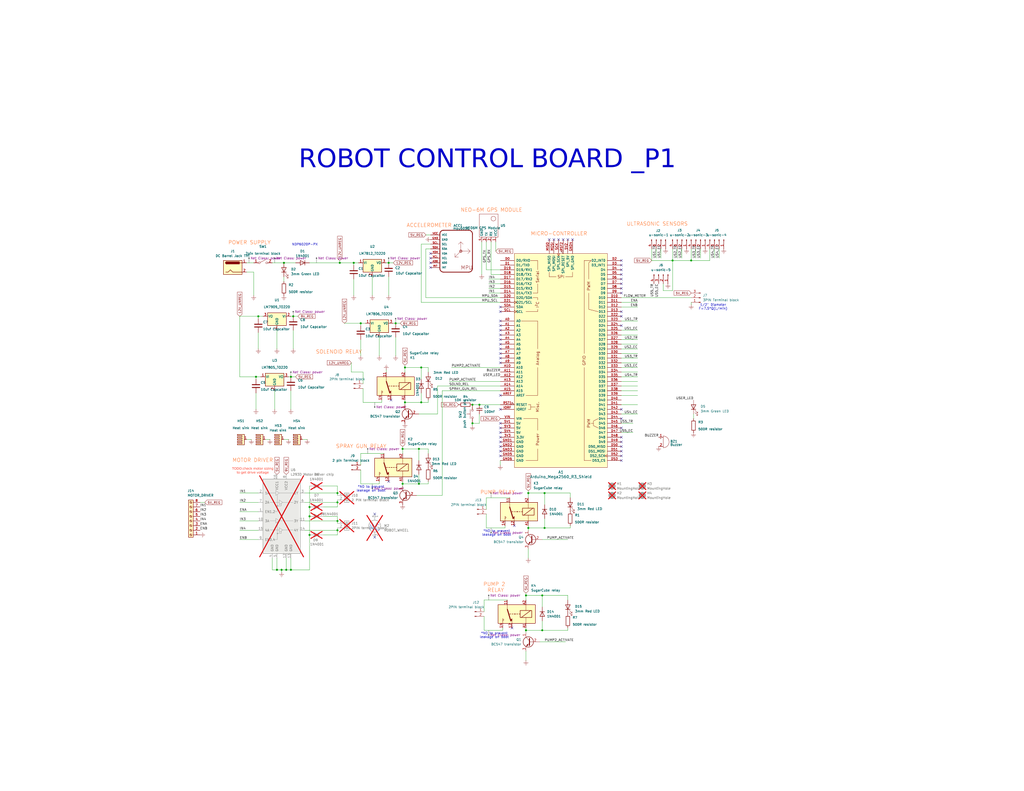
<source format=kicad_sch>
(kicad_sch (version 20231120) (generator "eeschema") (generator_version "8.0")
  (paper "C")
  (junction (at 193.04 143.51))
  (junction (at 168.91 292.1))
  (junction (at 153.67 311.15))
  (junction (at 140.97 172.72))
  (junction (at 196.85 176.53))
  (junction (at 297.18 288.29))
  (junction (at 257.81 220.98))
  (junction (at 377.19 142.24))
  (junction (at 228.6 245.11))
  (junction (at 219.71 264.16))
  (junction (at 139.7 205.74))
  (junction (at 228.6 264.16))
  (junction (at 184.15 269.24))
  (junction (at 185.42 143.51))
  (junction (at 288.29 269.24))
  (junction (at 367.03 142.24))
  (junction (at 229.87 219.71))
  (junction (at 160.02 172.72))
  (junction (at 297.18 269.24))
  (junction (at 158.75 311.15))
  (junction (at 287.02 344.17))
  (junction (at 168.91 281.94))
  (junction (at 212.09 143.51))
  (junction (at 156.21 311.15))
  (junction (at 295.91 344.17))
  (junction (at 184.15 274.32))
  (junction (at 229.87 200.66))
  (junction (at 154.94 143.51))
  (junction (at 184.15 284.48))
  (junction (at 220.98 200.66))
  (junction (at 219.71 245.11))
  (junction (at 261.62 220.98))
  (junction (at 295.91 325.12))
  (junction (at 287.02 325.12))
  (junction (at 288.29 288.29))
  (junction (at 158.75 205.74))
  (junction (at 220.98 219.71))
  (junction (at 257.81 231.14))
  (junction (at 151.13 311.15))
  (junction (at 215.9 176.53))
  (junction (at 184.15 289.56))
  (junction (at 168.91 276.86))
  (no_connect (at 273.05 190.5))
  (no_connect (at 273.05 170.18))
  (no_connect (at 273.05 167.64))
  (no_connect (at 339.09 172.72))
  (no_connect (at 273.05 233.68))
  (no_connect (at 273.05 241.3))
  (no_connect (at 273.05 223.52))
  (no_connect (at 212.09 262.89))
  (no_connect (at 234.95 138.43))
  (no_connect (at 299.72 130.81))
  (no_connect (at 339.09 157.48))
  (no_connect (at 339.09 144.78))
  (no_connect (at 234.95 143.51))
  (no_connect (at 339.09 233.68))
  (no_connect (at 273.05 246.38))
  (no_connect (at 273.05 238.76))
  (no_connect (at 339.09 228.6))
  (no_connect (at 273.05 182.88))
  (no_connect (at 273.05 185.42))
  (no_connect (at 302.26 130.81))
  (no_connect (at 309.88 130.81))
  (no_connect (at 339.09 246.38))
  (no_connect (at 273.05 248.92))
  (no_connect (at 273.05 231.14))
  (no_connect (at 204.47 280.67))
  (no_connect (at 339.09 170.18))
  (no_connect (at 234.95 140.97))
  (no_connect (at 273.05 198.12))
  (no_connect (at 339.09 243.84))
  (no_connect (at 273.05 187.96))
  (no_connect (at 339.09 223.52))
  (no_connect (at 273.05 177.8))
  (no_connect (at 339.09 177.8))
  (no_connect (at 339.09 251.46))
  (no_connect (at 339.09 142.24))
  (no_connect (at 204.47 293.37))
  (no_connect (at 307.34 130.81))
  (no_connect (at 273.05 243.84))
  (no_connect (at 273.05 175.26))
  (no_connect (at 273.05 215.9))
  (no_connect (at 339.09 152.4))
  (no_connect (at 234.95 146.05))
  (no_connect (at 273.05 195.58))
  (no_connect (at 339.09 149.86))
  (no_connect (at 339.09 238.76))
  (no_connect (at 339.09 160.02))
  (no_connect (at 273.05 193.04))
  (no_connect (at 339.09 154.94))
  (no_connect (at 273.05 180.34))
  (no_connect (at 280.67 287.02))
  (no_connect (at 304.8 130.81))
  (no_connect (at 339.09 248.92))
  (no_connect (at 273.05 236.22))
  (no_connect (at 312.42 130.81))
  (no_connect (at 279.4 342.9))
  (no_connect (at 213.36 218.44))
  (no_connect (at 339.09 241.3))
  (no_connect (at 339.09 147.32))
  (wire (pts (xy 184.15 274.32) (xy 184.15 273.05)))
  (wire (pts (xy 378.46 226.06) (xy 378.46 228.6)))
  (wire (pts (xy 185.42 142.24) (xy 185.42 143.51)))
  (wire (pts (xy 229.87 133.35) (xy 234.95 133.35)))
  (wire (pts (xy 232.41 162.56) (xy 273.05 162.56)))
  (wire (pts (xy 238.76 226.06) (xy 238.76 210.82)))
  (wire (pts (xy 233.68 247.65) (xy 233.68 245.11)))
  (wire (pts (xy 207.01 264.16) (xy 196.85 264.16)))
  (wire (pts (xy 229.87 200.66) (xy 229.87 207.01)))
  (wire (pts (xy 219.71 243.84) (xy 219.71 245.11)))
  (wire (pts (xy 257.81 232.41) (xy 257.81 231.14)))
  (wire (pts (xy 158.75 311.15) (xy 156.21 311.15)))
  (wire (pts (xy 265.43 147.32) (xy 273.05 147.32)))
  (wire (pts (xy 196.85 264.16) (xy 196.85 256.54)))
  (wire (pts (xy 295.91 325.12) (xy 309.88 325.12)))
  (wire (pts (xy 228.6 259.08) (xy 228.6 264.16)))
  (wire (pts (xy 382.27 135.89) (xy 382.27 140.97)))
  (wire (pts (xy 138.43 148.59) (xy 138.43 161.29)))
  (wire (pts (xy 151.13 304.8) (xy 151.13 311.15)))
  (wire (pts (xy 232.41 135.89) (xy 232.41 162.56)))
  (wire (pts (xy 339.09 205.74) (xy 347.98 205.74)))
  (wire (pts (xy 392.43 135.89) (xy 392.43 140.97)))
  (wire (pts (xy 297.18 269.24) (xy 297.18 275.59)))
  (wire (pts (xy 130.81 274.32) (xy 140.97 274.32)))
  (wire (pts (xy 288.29 288.29) (xy 288.29 289.56)))
  (wire (pts (xy 361.95 154.94) (xy 361.95 158.75)))
  (wire (pts (xy 184.15 269.24) (xy 184.15 270.51)))
  (wire (pts (xy 154.94 240.03) (xy 157.48 240.03)))
  (wire (pts (xy 266.7 154.94) (xy 273.05 154.94)))
  (wire (pts (xy 219.71 262.89) (xy 219.71 264.16)))
  (wire (pts (xy 339.09 208.28) (xy 347.98 208.28)))
  (wire (pts (xy 274.32 342.9) (xy 274.32 344.17)))
  (wire (pts (xy 287.02 325.12) (xy 295.91 325.12)))
  (wire (pts (xy 160.02 180.34) (xy 160.02 190.5)))
  (wire (pts (xy 156.21 311.15) (xy 153.67 311.15)))
  (wire (pts (xy 339.09 220.98) (xy 347.98 220.98)))
  (wire (pts (xy 229.87 165.1) (xy 273.05 165.1)))
  (wire (pts (xy 372.11 135.89) (xy 372.11 140.97)))
  (wire (pts (xy 193.04 144.78) (xy 193.04 143.51)))
  (wire (pts (xy 358.14 135.89) (xy 358.14 140.97)))
  (wire (pts (xy 214.63 143.51) (xy 212.09 143.51)))
  (wire (pts (xy 288.29 269.24) (xy 288.29 271.78)))
  (wire (pts (xy 360.68 135.89) (xy 360.68 140.97)))
  (wire (pts (xy 339.09 182.88) (xy 347.98 182.88)))
  (wire (pts (xy 220.98 218.44) (xy 220.98 219.71)))
  (wire (pts (xy 339.09 210.82) (xy 347.98 210.82)))
  (wire (pts (xy 241.3 213.36) (xy 273.05 213.36)))
  (wire (pts (xy 148.59 304.8) (xy 148.59 311.15)))
  (wire (pts (xy 229.87 133.35) (xy 229.87 165.1)))
  (wire (pts (xy 203.2 151.13) (xy 203.2 161.29)))
  (wire (pts (xy 287.02 342.9) (xy 287.02 344.17)))
  (wire (pts (xy 176.53 292.1) (xy 184.15 292.1)))
  (wire (pts (xy 156.21 304.8) (xy 156.21 311.15)))
  (wire (pts (xy 265.43 288.29) (xy 265.43 280.67)))
  (wire (pts (xy 229.87 200.66) (xy 233.68 200.66)))
  (wire (pts (xy 193.04 143.51) (xy 195.58 143.51)))
  (wire (pts (xy 191.77 203.2) (xy 191.77 198.12)))
  (wire (pts (xy 158.75 304.8) (xy 158.75 311.15)))
  (wire (pts (xy 151.13 311.15) (xy 153.67 311.15)))
  (wire (pts (xy 139.7 207.01) (xy 139.7 205.74)))
  (wire (pts (xy 158.75 213.36) (xy 158.75 223.52)))
  (wire (pts (xy 184.15 281.94) (xy 184.15 284.48)))
  (wire (pts (xy 266.7 152.4) (xy 273.05 152.4)))
  (wire (pts (xy 160.02 172.72) (xy 158.75 172.72)))
  (wire (pts (xy 149.86 213.36) (xy 149.86 223.52)))
  (wire (pts (xy 339.09 187.96) (xy 347.98 187.96)))
  (wire (pts (xy 207.01 184.15) (xy 207.01 194.31)))
  (wire (pts (xy 139.7 205.74) (xy 142.24 205.74)))
  (wire (pts (xy 130.81 279.4) (xy 140.97 279.4)))
  (wire (pts (xy 165.1 240.03) (xy 167.64 240.03)))
  (wire (pts (xy 151.13 180.34) (xy 151.13 190.5)))
  (wire (pts (xy 228.6 245.11) (xy 228.6 251.46)))
  (wire (pts (xy 215.9 184.15) (xy 215.9 194.31)))
  (wire (pts (xy 144.78 240.03) (xy 147.32 240.03)))
  (wire (pts (xy 295.91 339.09) (xy 295.91 344.17)))
  (wire (pts (xy 130.81 284.48) (xy 140.97 284.48)))
  (wire (pts (xy 309.88 327.66) (xy 309.88 325.12)))
  (wire (pts (xy 227.33 270.51) (xy 241.3 270.51)))
  (wire (pts (xy 111.76 274.32) (xy 109.22 274.32)))
  (wire (pts (xy 288.29 267.97) (xy 288.29 269.24)))
  (wire (pts (xy 212.09 143.51) (xy 210.82 143.51)))
  (wire (pts (xy 245.11 208.28) (xy 273.05 208.28)))
  (wire (pts (xy 246.38 200.66) (xy 273.05 200.66)))
  (wire (pts (xy 176.53 281.94) (xy 184.15 281.94)))
  (wire (pts (xy 187.96 176.53) (xy 196.85 176.53)))
  (wire (pts (xy 287.02 360.68) (xy 287.02 355.6)))
  (wire (pts (xy 294.64 350.52) (xy 308.61 350.52)))
  (wire (pts (xy 154.94 153.67) (xy 154.94 151.13)))
  (wire (pts (xy 166.37 289.56) (xy 184.15 289.56)))
  (wire (pts (xy 261.62 231.14) (xy 257.81 231.14)))
  (wire (pts (xy 287.02 323.85) (xy 287.02 325.12)))
  (wire (pts (xy 130.81 205.74) (xy 130.81 172.72)))
  (wire (pts (xy 219.71 264.16) (xy 219.71 265.43)))
  (wire (pts (xy 297.18 288.29) (xy 288.29 288.29)))
  (wire (pts (xy 233.68 262.89) (xy 233.68 264.16)))
  (wire (pts (xy 339.09 167.64) (xy 347.98 167.64)))
  (wire (pts (xy 219.71 245.11) (xy 228.6 245.11)))
  (wire (pts (xy 261.62 220.98) (xy 273.05 220.98)))
  (wire (pts (xy 228.6 245.11) (xy 233.68 245.11)))
  (wire (pts (xy 196.85 177.8) (xy 196.85 176.53)))
  (wire (pts (xy 228.6 226.06) (xy 238.76 226.06)))
  (wire (pts (xy 134.62 143.51) (xy 138.43 143.51)))
  (wire (pts (xy 130.81 294.64) (xy 140.97 294.64)))
  (wire (pts (xy 220.98 200.66) (xy 229.87 200.66)))
  (wire (pts (xy 339.09 213.36) (xy 347.98 213.36)))
  (wire (pts (xy 287.02 344.17) (xy 287.02 345.44)))
  (wire (pts (xy 339.09 198.12) (xy 347.98 198.12)))
  (wire (pts (xy 193.04 152.4) (xy 193.04 161.29)))
  (wire (pts (xy 339.09 195.58) (xy 347.98 195.58)))
  (wire (pts (xy 377.19 135.89) (xy 377.19 142.24)))
  (wire (pts (xy 311.15 271.78) (xy 311.15 269.24)))
  (wire (pts (xy 262.89 132.08) (xy 262.89 149.86)))
  (wire (pts (xy 168.91 265.43) (xy 168.91 276.86)))
  (wire (pts (xy 208.28 218.44) (xy 208.28 219.71)))
  (wire (pts (xy 377.19 142.24) (xy 387.35 142.24)))
  (wire (pts (xy 297.18 283.21) (xy 297.18 288.29)))
  (wire (pts (xy 208.28 219.71) (xy 198.12 219.71)))
  (wire (pts (xy 140.97 173.99) (xy 140.97 172.72)))
  (wire (pts (xy 238.76 210.82) (xy 273.05 210.82)))
  (wire (pts (xy 297.18 269.24) (xy 311.15 269.24)))
  (wire (pts (xy 153.67 312.42) (xy 153.67 311.15)))
  (wire (pts (xy 389.89 135.89) (xy 389.89 140.97)))
  (wire (pts (xy 367.03 142.24) (xy 367.03 158.75)))
  (wire (pts (xy 229.87 214.63) (xy 229.87 219.71)))
  (wire (pts (xy 355.6 142.24) (xy 367.03 142.24)))
  (wire (pts (xy 265.43 271.78) (xy 278.13 271.78)))
  (wire (pts (xy 140.97 181.61) (xy 140.97 190.5)))
  (wire (pts (xy 241.3 213.36) (xy 241.3 270.51)))
  (wire (pts (xy 297.18 288.29) (xy 311.15 288.29)))
  (wire (pts (xy 220.98 200.66) (xy 220.98 203.2)))
  (wire (pts (xy 266.7 157.48) (xy 273.05 157.48)))
  (wire (pts (xy 233.68 218.44) (xy 233.68 219.71)))
  (wire (pts (xy 184.15 265.43) (xy 184.15 269.24)))
  (wire (pts (xy 377.19 166.37) (xy 377.19 165.1)))
  (wire (pts (xy 162.56 172.72) (xy 160.02 172.72)))
  (wire (pts (xy 267.97 132.08) (xy 267.97 149.86)))
  (wire (pts (xy 196.85 185.42) (xy 196.85 194.31)))
  (wire (pts (xy 207.01 262.89) (xy 207.01 264.16)))
  (wire (pts (xy 134.62 148.59) (xy 138.43 148.59)))
  (wire (pts (xy 220.98 219.71) (xy 220.98 220.98)))
  (wire (pts (xy 210.82 201.93) (xy 210.82 203.2)))
  (wire (pts (xy 184.15 292.1) (xy 184.15 289.56)))
  (wire (pts (xy 220.98 199.39) (xy 220.98 200.66)))
  (wire (pts (xy 367.03 142.24) (xy 377.19 142.24)))
  (wire (pts (xy 367.03 135.89) (xy 367.03 142.24)))
  (wire (pts (xy 212.09 151.13) (xy 212.09 161.29)))
  (wire (pts (xy 198.12 203.2) (xy 198.12 209.55)))
  (wire (pts (xy 257.81 220.98) (xy 261.62 220.98)))
  (wire (pts (xy 185.42 143.51) (xy 193.04 143.51)))
  (wire (pts (xy 130.81 269.24) (xy 140.97 269.24)))
  (wire (pts (xy 339.09 175.26) (xy 347.98 175.26)))
  (wire (pts (xy 130.81 205.74) (xy 139.7 205.74)))
  (wire (pts (xy 134.62 240.03) (xy 137.16 240.03)))
  (wire (pts (xy 228.6 264.16) (xy 233.68 264.16)))
  (wire (pts (xy 369.57 135.89) (xy 369.57 140.97)))
  (wire (pts (xy 267.97 149.86) (xy 273.05 149.86)))
  (wire (pts (xy 215.9 176.53) (xy 214.63 176.53)))
  (wire (pts (xy 130.81 289.56) (xy 140.97 289.56)))
  (wire (pts (xy 270.51 132.08) (xy 270.51 137.16)))
  (wire (pts (xy 339.09 180.34) (xy 347.98 180.34)))
  (wire (pts (xy 355.6 135.89) (xy 355.6 142.24)))
  (wire (pts (xy 176.53 276.86) (xy 184.15 276.86)))
  (wire (pts (xy 339.09 190.5) (xy 347.98 190.5)))
  (wire (pts (xy 339.09 193.04) (xy 347.98 193.04)))
  (wire (pts (xy 288.29 287.02) (xy 288.29 288.29)))
  (wire (pts (xy 287.02 325.12) (xy 287.02 327.66)))
  (wire (pts (xy 176.53 265.43) (xy 184.15 265.43)))
  (wire (pts (xy 148.59 311.15) (xy 151.13 311.15)))
  (wire (pts (xy 339.09 185.42) (xy 347.98 185.42)))
  (wire (pts (xy 295.91 344.17) (xy 309.88 344.17)))
  (wire (pts (xy 168.91 143.51) (xy 185.42 143.51)))
  (wire (pts (xy 264.16 334.01) (xy 264.16 327.66)))
  (wire (pts (xy 274.32 344.17) (xy 264.16 344.17)))
  (wire (pts (xy 166.37 284.48) (xy 184.15 284.48)))
  (wire (pts (xy 339.09 165.1) (xy 347.98 165.1)))
  (wire (pts (xy 264.16 327.66) (xy 276.86 327.66)))
  (wire (pts (xy 148.59 143.51) (xy 154.94 143.51)))
  (wire (pts (xy 379.73 135.89) (xy 379.73 140.97)))
  (wire (pts (xy 275.59 287.02) (xy 275.59 288.29)))
  (wire (pts (xy 184.15 276.86) (xy 184.15 274.32)))
  (wire (pts (xy 196.85 176.53) (xy 199.39 176.53)))
  (wire (pts (xy 198.12 219.71) (xy 198.12 212.09)))
  (wire (pts (xy 265.43 278.13) (xy 265.43 271.78)))
  (wire (pts (xy 218.44 176.53) (xy 215.9 176.53)))
  (wire (pts (xy 339.09 236.22) (xy 345.44 236.22)))
  (wire (pts (xy 288.29 304.8) (xy 288.29 299.72)))
  (wire (pts (xy 295.91 294.64) (xy 309.88 294.64)))
  (wire (pts (xy 196.85 247.65) (xy 209.55 247.65)))
  (wire (pts (xy 264.16 344.17) (xy 264.16 336.55)))
  (wire (pts (xy 295.91 325.12) (xy 295.91 331.47)))
  (wire (pts (xy 158.75 205.74) (xy 157.48 205.74)))
  (wire (pts (xy 168.91 276.86) (xy 168.91 281.94)))
  (wire (pts (xy 130.81 172.72) (xy 140.97 172.72)))
  (wire (pts (xy 228.6 264.16) (xy 219.71 264.16)))
  (wire (pts (xy 311.15 287.02) (xy 311.15 288.29)))
  (wire (pts (xy 347.98 226.06) (xy 339.09 226.06)))
  (wire (pts (xy 288.29 269.24) (xy 297.18 269.24)))
  (wire (pts (xy 158.75 311.15) (xy 168.91 311.15)))
  (wire (pts (xy 261.62 226.06) (xy 261.62 231.14)))
  (wire (pts (xy 166.37 274.32) (xy 184.15 274.32)))
  (wire (pts (xy 339.09 162.56) (xy 377.19 162.56)))
  (wire (pts (xy 166.37 269.24) (xy 184.15 269.24)))
  (wire (pts (xy 196.85 254) (xy 196.85 247.65)))
  (wire (pts (xy 266.7 160.02) (xy 273.05 160.02)))
  (wire (pts (xy 161.29 205.74) (xy 158.75 205.74)))
  (wire (pts (xy 273.05 251.46) (xy 273.05 254)))
  (wire (pts (xy 339.09 203.2) (xy 347.98 203.2)))
  (wire (pts (xy 361.95 158.75) (xy 367.03 158.75)))
  (wire (pts (xy 387.35 142.24) (xy 387.35 135.89)))
  (wire (pts (xy 233.68 203.2) (xy 233.68 200.66)))
  (wire (pts (xy 219.71 245.11) (xy 219.71 247.65)))
  (wire (pts (xy 339.09 200.66) (xy 347.98 200.66)))
  (wire (pts (xy 234.95 135.89) (xy 232.41 135.89)))
  (wire (pts (xy 265.43 132.08) (xy 265.43 147.32)))
  (wire (pts (xy 140.97 172.72) (xy 143.51 172.72)))
  (wire (pts (xy 295.91 344.17) (xy 287.02 344.17)))
  (wire (pts (xy 168.91 281.94) (xy 168.91 292.1)))
  (wire (pts (xy 191.77 203.2) (xy 198.12 203.2)))
  (wire (pts (xy 232.41 128.27) (xy 234.95 128.27)))
  (wire (pts (xy 154.94 143.51) (xy 161.29 143.51)))
  (wire (pts (xy 184.15 284.48) (xy 184.15 285.75)))
  (wire (pts (xy 275.59 288.29) (xy 265.43 288.29)))
  (wire (pts (xy 229.87 219.71) (xy 220.98 219.71)))
  (wire (pts (xy 309.88 342.9) (xy 309.88 344.17)))
  (wire (pts (xy 139.7 214.63) (xy 139.7 223.52)))
  (wire (pts (xy 229.87 219.71) (xy 233.68 219.71)))
  (wire (pts (xy 184.15 289.56) (xy 184.15 288.29)))
  (wire (pts (xy 339.09 215.9) (xy 347.98 215.9)))
  (wire (pts (xy 339.09 231.14) (xy 345.44 231.14)))
  (wire (pts (xy 168.91 311.15) (xy 168.91 292.1)))
  (text "ACCELEROMETER" (at 234.188 123.19 0) (effects (font (size 2 2))))
  (text "TODO:check motor sizing\nto get drive voltage" (at 137.922 257.556 0) (effects (font (size 1.27 1.27))))
  (text "SOLENOID RELAY\n" (at 184.912 192.278 0) (effects (font (size 2 2))))
  (text "1/2\" Diameter\nF=7.5*Q(L/min)" (at 389.128 167.64 0) (effects (font (size 1.27 1.27))))
  (text "PUMP RELAY" (at 271.526 268.986 0) (effects (font (size 2 2))))
  (text "NDP6020P-PX\n" (at 166.37 133.604 0) (effects (font (size 1.27 1.27))))
  (text "POWER SUPPLY" (at 136.144 132.588 0) (effects (font (size 2 2))))
  (text "ROBOT CONTROL BOARD _P1" (at 265.938 89.916 0) (effects (font (size 10 10))))
  (text "MOTOR DRIVER\n" (at 137.922 251.46 0) (effects (font (size 2 2))))
  (text "MICRO-CONTROLLER" (at 305.054 127.762 0) (effects (font (size 2 2))))
  (text "*NO to prevent\nleakage on boot\n" (at 271.018 291.084 0) (effects (font (size 1.27 1.27))))
  (text "PUMP 2\n RELAY" (at 269.748 320.802 0) (effects (font (size 2 2))))
  (text "SPRAY GUN RELAY" (at 197.104 243.84 0) (effects (font (size 2 2))))
  (text "*NO to prevent\nleakage on boot\n" (at 269.748 346.964 0) (effects (font (size 1.27 1.27))))
  (text "NC" (at 204.47 288.29 0) (effects (font (size 3 3))))
  (text "*NO to prevent\nleakage on boot\n" (at 202.438 266.954 0) (effects (font (size 1.27 1.27))))
  (text "NEO-6M GPS MODULE" (at 268.224 114.808 0) (effects (font (size 2 2))))
  (text "ULTRASONIC SENSORS " (at 359.41 122.428 0) (effects (font (size 2 2))))
  (label "ENA" (at 130.81 279.4 0))
  (label "ENB" (at 130.81 294.64 0))
  (label "US2_TR" (at 347.98 185.42 180))
  (label "US5_TR" (at 356.87 154.94 270))
  (label "PUMP2_ACTIVATE" (at 297.18 350.52 0))
  (label "GPS_RX" (at 267.97 143.51 90))
  (label "US1_TR" (at 347.98 175.26 180))
  (label "US4_EC" (at 392.43 140.97 90))
  (label "US1_EC" (at 347.98 180.34 180))
  (label "US1_TR" (at 358.14 140.97 90))
  (label "US3_EC" (at 382.27 140.97 90))
  (label "IN3" (at 130.81 284.48 0))
  (label "IN4" (at 109.22 284.48 0))
  (label "US4_TR" (at 347.98 205.74 180))
  (label "US2_EC" (at 347.98 190.5 180))
  (label "US3_EC" (at 347.98 200.66 180))
  (label "IN2" (at 130.81 274.32 0))
  (label "IN4" (at 266.7 152.4 0))
  (label "IN2" (at 266.7 157.48 0))
  (label "ENA" (at 347.98 165.1 180))
  (label "GPS_TX" (at 265.43 143.51 90))
  (label "IN2" (at 109.22 279.4 0))
  (label "US5_EC" (at 345.44 236.22 180))
  (label "MPU_SCL" (at 262.89 165.1 0))
  (label "PUMP_ACTIVATE" (at 245.11 208.28 0))
  (label "US3_TR" (at 347.98 195.58 180))
  (label "IN1" (at 109.22 276.86 0))
  (label "US2_TR" (at 369.57 140.97 90))
  (label "FLOW_METER" (at 340.36 162.56 0))
  (label "IN3" (at 266.7 154.94 0))
  (label "US5_EC" (at 359.41 154.94 270))
  (label "ENA" (at 109.22 287.02 0))
  (label "MPU_SDA" (at 262.89 162.56 0))
  (label "IN3" (at 109.22 281.94 0))
  (label "USER_LED" (at 273.05 205.74 180))
  (label "IN1" (at 266.7 160.02 0))
  (label "US4_TR" (at 389.89 140.97 90))
  (label "USER_LED" (at 378.46 218.44 180))
  (label "SPRAY_GUN_REL" (at 245.11 213.36 0))
  (label "PUMP_ACTIVATE" (at 298.45 294.64 0))
  (label "IN4" (at 130.81 289.56 0))
  (label "BUZZER" (at 359.41 238.76 180))
  (label "PUMP2_ACTIVATE" (at 246.38 200.66 0))
  (label "US5_TR" (at 345.44 231.14 180))
  (label "US2_EC" (at 372.11 140.97 90))
  (label "ENB" (at 109.22 289.56 0))
  (label "IN1" (at 130.81 269.24 0))
  (label "US3_TR" (at 379.73 140.97 90))
  (label "US1_EC" (at 360.68 140.97 90))
  (label "ENB" (at 347.98 167.64 180))
  (label "BUZZER" (at 273.05 203.2 180))
  (label "SOLND_REL" (at 245.11 210.82 0))
  (label "US4_EC" (at 347.98 226.06 180))
  (global_label "5V_REG" (shape input) (at 161.29 205.74 0) (property "Intersheetrefs" "${INTERSHEET_REFS}" (effects (hide yes))))
  (global_label "5V_REG" (shape input) (at 232.41 128.27 180) (property "Intersheetrefs" "${INTERSHEET_REFS}" (effects (hide yes))))
  (global_label "12V_UNREG" (shape input) (at 187.96 176.53 90) (property "Intersheetrefs" "${INTERSHEET_REFS}" (effects (hide yes))))
  (global_label "9V_REG" (shape input) (at 156.21 259.08 90) (property "Intersheetrefs" "${INTERSHEET_REFS}" (effects (hide yes))))
  (global_label "5V_REG" (shape input) (at 287.02 323.85 90) (property "Intersheetrefs" "${INTERSHEET_REFS}" (effects (hide yes))))
  (global_label "5V_REG" (shape input) (at 111.76 274.32 0) (property "Intersheetrefs" "${INTERSHEET_REFS}" (effects (hide yes))))
  (global_label "12V_REG" (shape input) (at 273.05 228.6 180) (property "Intersheetrefs" "${INTERSHEET_REFS}" (effects (hide yes))))
  (global_label "5V_REG" (shape input) (at 355.6 142.24 180) (property "Intersheetrefs" "${INTERSHEET_REFS}" (effects (hide yes))))
  (global_label "5V_REG" (shape input) (at 288.29 267.97 90) (property "Intersheetrefs" "${INTERSHEET_REFS}" (effects (hide yes))))
  (global_label "12V_UNREG" (shape input) (at 191.77 198.12 180) (property "Intersheetrefs" "${INTERSHEET_REFS}" (effects (hide yes))))
  (global_label "6V_REG" (shape input) (at 218.44 176.53 0) (property "Intersheetrefs" "${INTERSHEET_REFS}" (effects (hide yes))))
  (global_label "12V_UNREG" (shape input) (at 130.81 172.72 90) (property "Intersheetrefs" "${INTERSHEET_REFS}" (effects (hide yes))))
  (global_label "12V_REG" (shape input) (at 214.63 143.51 0) (property "Intersheetrefs" "${INTERSHEET_REFS}" (effects (hide yes))))
  (global_label "5V_REG" (shape input) (at 220.98 199.39 90) (property "Intersheetrefs" "${INTERSHEET_REFS}" (effects (hide yes))))
  (global_label "5V_REG" (shape input) (at 270.51 137.16 0) (property "Intersheetrefs" "${INTERSHEET_REFS}" (effects (hide yes))))
  (global_label "5V_REG" (shape input) (at 250.19 220.98 180) (property "Intersheetrefs" "${INTERSHEET_REFS}" (effects (hide yes))))
  (global_label "5V_REG" (shape input) (at 377.19 160.02 180) (property "Intersheetrefs" "${INTERSHEET_REFS}" (effects (hide yes))))
  (global_label "5V_REG" (shape input) (at 151.13 259.08 90) (property "Intersheetrefs" "${INTERSHEET_REFS}" (effects (hide yes))))
  (global_label "12V_UNREG" (shape input) (at 185.42 142.24 90) (property "Intersheetrefs" "${INTERSHEET_REFS}" (effects (hide yes))))
  (global_label "9V_REG" (shape input) (at 162.56 172.72 0) (property "Intersheetrefs" "${INTERSHEET_REFS}" (effects (hide yes))))
  (global_label "5V_REG" (shape input) (at 219.71 243.84 90) (property "Intersheetrefs" "${INTERSHEET_REFS}" (effects (hide yes))))
  (netclass_flag "" (length 2.54) (shape dot) (at 266.7 344.17 180) (property "Netclass" "power" (at 267.3985 346.71 0) (show_name yes) (effects (font (italic yes)) (justify left))))
  (netclass_flag "" (length 2.54) (shape dot) (at 149.86 143.51 0) (property "Netclass" "power" (at 150.5585 140.97 0) (show_name yes) (effects (font (italic yes)) (justify left))))
  (netclass_flag "" (length 2.54) (shape dot) (at 158.75 205.74 0) (property "Netclass" "power" (at 159.4485 203.2 0) (show_name yes) (effects (font (italic yes)) (justify left))))
  (netclass_flag "" (length 2.54) (shape dot) (at 172.72 143.51 0) (property "Netclass" "power" (at 173.4185 140.97 0) (show_name yes) (effects (font (italic yes)) (justify left))))
  (netclass_flag "" (length 2.54) (shape dot) (at 203.2 264.16 180) (property "Netclass" "power" (at 203.8985 266.7 0) (show_name yes) (effects (font (italic yes)) (justify left))))
  (netclass_flag "" (length 2.54) (shape dot) (at 266.7 327.66 0) (property "Netclass" "power" (at 267.3985 325.12 0) (show_name yes) (effects (font (italic yes)) (justify left))))
  (netclass_flag "" (length 2.54) (shape dot) (at 267.97 271.78 0) (property "Netclass" "power" (at 268.6685 269.24 0) (show_name yes) (effects (font (italic yes)) (justify left))))
  (netclass_flag "" (length 2.54) (shape dot) (at 135.89 143.51 0) (property "Netclass" "power" (at 136.5885 140.97 0) (show_name yes) (effects (font (italic yes)) (justify left))))
  (netclass_flag "" (length 2.54) (shape dot) (at 200.66 247.65 0) (property "Netclass" "power" (at 201.3585 245.11 0) (show_name yes) (effects (font (italic yes)) (justify left))))
  (netclass_flag "" (length 2.54) (shape dot) (at 204.47 219.71 180) (property "Netclass" "power" (at 205.1685 222.25 0) (show_name yes) (effects (font (italic yes)) (justify left))))
  (netclass_flag "" (length 2.54) (shape dot) (at 215.9 176.53 0) (property "Netclass" "power" (at 216.5985 173.99 0) (show_name yes) (effects (font (italic yes)) (justify left))))
  (netclass_flag "" (length 2.54) (shape dot) (at 267.97 288.29 180) (property "Netclass" "power" (at 268.6685 290.83 0) (show_name yes) (effects (font (italic yes)) (justify left))))
  (netclass_flag "" (length 2.54) (shape dot) (at 212.09 143.51 0) (property "Netclass" "power" (at 212.7885 140.97 0) (show_name yes) (effects (font (italic yes)) (justify left))))
  (netclass_flag "" (length 2.54) (shape dot) (at 160.02 172.72 0) (property "Netclass" "power" (at 160.7185 170.18 0) (show_name yes) (effects (font (italic yes)) (justify left))))
  (symbol (lib_id "Connector:Conn_01x02_Pin") (at 191.77 254 0) (unit 1)
    (property "Reference" "J9" (at 192.405 248.92 0))
    (property "Value" "2 pin Terminal block" (at 191.516 251.46 0))
    (property "Footprint" "TerminalBlock:TerminalBlock_bornier-2_P5.08mm" (effects (hide yes)))
    (property "Description" "Generic connector, single row, 01x02, script generated" (effects (hide yes)))
  )
  (symbol (lib_id "power:Earth") (at 215.9 194.31 0) (unit 1)
    (property "Reference" "#PWR09" (effects (hide yes)))
    (property "Value" "Earth" (effects (hide yes)))
    (property "Description" "Power symbol creates a global label with name \"Earth\"" (effects (hide yes)))
  )
  (symbol (lib_id "power:Earth") (at 137.16 240.03 0) (unit 1)
    (property "Reference" "#PWR013" (effects (hide yes)))
    (property "Value" "Earth" (effects (hide yes)))
    (property "Description" "Power symbol creates a global label with name \"Earth\"" (effects (hide yes)))
  )
  (symbol (lib_id "power:Earth") (at 273.05 254 0) (unit 1)
    (property "Reference" "#PWR027" (effects (hide yes)))
    (property "Value" "Earth" (effects (hide yes)))
    (property "Description" "Power symbol creates a global label with name \"Earth\"" (effects (hide yes)))
  )
  (symbol (lib_id "power:Earth") (at 363.22 135.89 0) (unit 1)
    (property "Reference" "#PWR021" (effects (hide yes)))
    (property "Value" "Earth" (effects (hide yes)))
    (property "Description" "Power symbol creates a global label with name \"Earth\"" (effects (hide yes)))
  )
  (symbol (lib_id "power:Earth") (at 109.22 292.1 90) (unit 1)
    (property "Reference" "#PWR03" (effects (hide yes)))
    (property "Value" "Earth" (effects (hide yes)))
    (property "Description" "Power symbol creates a global label with name \"Earth\"" (effects (hide yes)))
  )
  (symbol (lib_id "power:Earth") (at 378.46 236.22 0) (unit 1)
    (property "Reference" "#PWR023" (effects (hide yes)))
    (property "Value" "Earth" (effects (hide yes)))
    (property "Description" "Power symbol creates a global label with name \"Earth\"" (effects (hide yes)))
  )
  (symbol (lib_id "power:Earth") (at 262.89 149.86 0) (unit 1)
    (property "Reference" "#PWR019" (effects (hide yes)))
    (property "Value" "Earth" (effects (hide yes)))
    (property "Description" "Power symbol creates a global label with name \"Earth\"" (effects (hide yes)))
  )
  (symbol (lib_id "Regulator_Linear:LM7806_TO220") (at 207.01 176.53 0) (unit 1)
    (property "Reference" "U4" (at 210.82 167.64 0))
    (property "Value" "LM7806_TO220" (at 207.01 171.45 0))
    (property "Footprint" "Package_TO_SOT_THT:TO-220-3_Vertical" (effects (hide yes)))
    (property "Datasheet" "https://www.onsemi.cn/PowerSolutions/document/MC7800-D.PDF" (effects (hide yes)))
    (property "Description" "Positive 1A 35V Linear Regulator, Fixed Output 6V, TO-220" (effects (hide yes)))
  )
  (symbol (lib_id "Transistor_BJT:BC547") (at 289.56 350.52 0) (mirror y) (unit 1)
    (property "Reference" "Q1" (at 284.48 349.25 0) (effects (justify left)))
    (property "Value" "BC547 transistor" (at 284.48 351.79 0) (effects (justify left)))
    (property "Footprint" "Package_TO_SOT_THT:TO-92_Inline_Wide" (effects (hide yes)))
    (property "Datasheet" "https://www.onsemi.com/pub/Collateral/BC550-D.pdf" (effects (hide yes)))
    (property "Description" "0.1A Ic, 45V Vce, Small Signal NPN Transistor, TO-92" (effects (hide yes)))
  )
  (symbol (lib_id "Diode:1N4001") (at 297.18 279.4 270) (unit 1)
    (property "Reference" "D10" (at 299.72 278.13 90) (effects (justify left)))
    (property "Value" "1N4001" (at 299.72 280.67 90) (effects (justify left)))
    (property "Footprint" "Diode_THT:D_DO-41_SOD81_P10.16mm_Horizontal" (effects (hide yes)))
    (property "Datasheet" "http://www.vishay.com/docs/88503/1n4001.pdf" (effects (hide yes)))
    (property "Description" "50V 1A General Purpose Rectifier Diode, DO-41" (effects (hide yes)))
    (property "Sim.Device" "D" (effects (hide yes)))
    (property "Sim.Pins" "1=K 2=A" (effects (hide yes)))
  )
  (symbol (lib_id "Device:R") (at 154.94 157.48 0) (unit 1)
    (property "Reference" "R2" (at 157.48 155.5749 0) (effects (justify left)))
    (property "Value" "500R resistor" (at 157.48 159.3849 0) (effects (justify left)))
    (property "Footprint" "Resistor_THT:R_Axial_DIN0309_L9.0mm_D3.2mm_P12.70mm_Horizontal" (effects (hide yes)))
    (property "Description" "Resistor" (effects (hide yes)))
  )
  (symbol (lib_id "Connector:Conn_01x02_Pin") (at 260.35 278.13 0) (unit 1)
    (property "Reference" "J13" (at 260.985 273.05 0))
    (property "Value" "2PIN terminal block" (at 255.778 275.59 0))
    (property "Footprint" "TerminalBlock:TerminalBlock_bornier-2_P5.08mm" (effects (hide yes)))
    (property "Description" "Generic connector, single row, 01x02, script generated" (effects (hide yes)))
  )
  (symbol (lib_id "power:Earth") (at 288.29 304.8 0) (unit 1)
    (property "Reference" "#PWR034" (effects (hide yes)))
    (property "Value" "Earth" (effects (hide yes)))
    (property "Description" "Power symbol creates a global label with name \"Earth\"" (effects (hide yes)))
  )
  (symbol (lib_id "Connector:Screw_Terminal_01x02") (at 189.23 270.51 0) (unit 1) (on_board no) (dnp yes)
    (property "Reference" "J10" (at 191.77 270.51 0) (effects (justify left)))
    (property "Value" "2 PIN terminal Block" (at 191.77 273.05 0) (effects (justify left)))
    (property "Footprint" "TerminalBlock:TerminalBlock_bornier-2_P5.08mm" (effects (hide yes)))
    (property "Description" "Generic screw terminal, single row, 01x02, script generated (kicad-library-utils/schlib/autogen/connector/)" (effects (hide yes)))
  )
  (symbol (lib_id "Device:C_Small") (at 261.62 223.52 0) (unit 1)
    (property "Reference" "C9" (at 264.16 222.2563 0) (effects (justify left)))
    (property "Value" "100nF" (at 264.16 224.7963 0) (effects (justify left)))
    (property "Footprint" "Capacitor_THT:CP_Radial_D4.0mm_P2.00mm" (effects (hide yes)))
    (property "Description" "Unpolarized capacitor, small symbol" (effects (hide yes)))
  )
  (symbol (lib_id "power:Earth") (at 158.75 223.52 0) (unit 1)
    (property "Reference" "#PWR012" (effects (hide yes)))
    (property "Value" "Earth" (effects (hide yes)))
    (property "Description" "Power symbol creates a global label with name \"Earth\"" (effects (hide yes)))
  )
  (symbol (lib_id "Relay:FINDER-36.11") (at 215.9 210.82 180) (unit 1)
    (property "Reference" "K1" (at 223.774 195.326 0) (effects (justify right)))
    (property "Value" "SugarCube relay" (at 223.52 192.786 0) (effects (justify right)))
    (property "Footprint" "Relay_THT:Relay_SPDT_Finder_36.11" (effects (hide yes)))
    (property "Datasheet" "https://gfinder.findernet.com/public/attachments/36/EN/S36EN.pdf" (effects (hide yes)))
    (property "Description" "FINDER 36.11, SPDT relay, 10A" (effects (hide yes)))
  )
  (symbol (lib_id "Mechanical:MountingHole") (at 350.52 270.51 0) (unit 1) (exclude_from_sim yes) (in_bom no) (dnp yes)
    (property "Reference" "H4" (at 353.06 269.24 0) (effects (justify left)))
    (property "Value" "MountingHole" (at 353.06 271.78 0) (effects (justify left)))
    (property "Footprint" "MountingHole:MountingHole_3.2mm_M3" (effects (hide yes)))
    (property "Description" "Mounting Hole without connection" (effects (hide yes)))
  )
  (symbol (lib_id "Connector:Conn_01x04_Pin") (at 392.43 130.81 270) (unit 1)
    (property "Reference" "J5" (at 391.16 125.73 90))
    (property "Value" "u-sonic-4" (at 391.16 128.27 90))
    (property "Footprint" "Connector_PinHeader_2.54mm:PinHeader_1x04_P2.54mm_Vertical" (effects (hide yes)))
    (property "Description" "Generic connector, single row, 01x04, script generated" (effects (hide yes)))
  )
  (symbol (lib_id "power:Earth") (at 207.01 194.31 0) (unit 1)
    (property "Reference" "#PWR08" (effects (hide yes)))
    (property "Value" "Earth" (effects (hide yes)))
    (property "Description" "Power symbol creates a global label with name \"Earth\"" (effects (hide yes)))
  )
  (symbol (lib_id "Diode:1N4001") (at 165.1 143.51 180) (unit 1)
    (property "Reference" "D1" (at 165.1 137.16 0))
    (property "Value" "1N4001" (at 165.1 139.7 0))
    (property "Footprint" "Diode_THT:D_DO-41_SOD81_P10.16mm_Horizontal" (effects (hide yes)))
    (property "Datasheet" "http://www.vishay.com/docs/88503/1n4001.pdf" (effects (hide yes)))
    (property "Description" "50V 1A General Purpose Rectifier Diode, DO-41" (effects (hide yes)))
    (property "Sim.Device" "D" (effects (hide yes)))
    (property "Sim.Pins" "1=K 2=A" (effects (hide yes)))
  )
  (symbol (lib_id "power:Earth") (at 287.02 360.68 0) (unit 1)
    (property "Reference" "#PWR031" (effects (hide yes)))
    (property "Value" "Earth" (effects (hide yes)))
    (property "Description" "Power symbol creates a global label with name \"Earth\"" (effects (hide yes)))
  )
  (symbol (lib_id "Switch:SW_Push") (at 257.81 226.06 90) (unit 1)
    (property "Reference" "SW2" (at 251.206 226.314 0))
    (property "Value" "push button pin" (at 253.492 226.06 0))
    (property "Footprint" "Button_Switch_THT:SW_Tactile_Straight_KSA0Axx1LFTR" (effects (hide yes)))
    (property "Description" "Push button switch, generic, two pins" (effects (hide yes)))
  )
  (symbol (lib_id "Relay:FINDER-36.11") (at 283.21 279.4 180) (unit 1)
    (property "Reference" "K3" (at 291.084 263.906 0) (effects (justify right)))
    (property "Value" "SugarCube relay" (at 291.084 266.446 0) (effects (justify right)))
    (property "Footprint" "Relay_THT:Relay_SPDT_Finder_36.11" (effects (hide yes)))
    (property "Datasheet" "https://gfinder.findernet.com/public/attachments/36/EN/S36EN.pdf" (effects (hide yes)))
    (property "Description" "FINDER 36.11, SPDT relay, 10A" (effects (hide yes)))
  )
  (symbol (lib_id "Motor:Motor_DC") (at 204.47 285.75 0) (unit 1) (on_board no) (dnp yes)
    (property "Reference" "M2" (at 209.55 287.02 0) (effects (justify left)))
    (property "Value" "ROBOT_WHEEL" (at 209.55 289.56 0) (effects (justify left)))
    (property "Description" "DC Motor" (effects (hide yes)))
  )
  (symbol (lib_id "power:Earth") (at 196.85 194.31 0) (unit 1)
    (property "Reference" "#PWR07" (effects (hide yes)))
    (property "Value" "Earth" (effects (hide yes)))
    (property "Description" "Power symbol creates a global label with name \"Earth\"" (effects (hide yes)))
  )
  (symbol (lib_id "power:Earth") (at 212.09 161.29 0) (unit 1)
    (property "Reference" "#PWR06" (effects (hide yes)))
    (property "Value" "Earth" (effects (hide yes)))
    (property "Description" "Power symbol creates a global label with name \"Earth\"" (effects (hide yes)))
  )
  (symbol (lib_id "power:Earth") (at 374.65 135.89 0) (unit 1)
    (property "Reference" "#PWR020" (effects (hide yes)))
    (property "Value" "Earth" (effects (hide yes)))
    (property "Description" "Power symbol creates a global label with name \"Earth\"" (effects (hide yes)))
  )
  (symbol (lib_id "Relay:FINDER-36.11") (at 214.63 255.27 180) (unit 1)
    (property "Reference" "K2" (at 222.504 239.776 0) (effects (justify right)))
    (property "Value" "SugarCube relay" (at 222.504 242.316 0) (effects (justify right)))
    (property "Footprint" "Relay_THT:Relay_SPDT_Finder_36.11" (effects (hide yes)))
    (property "Datasheet" "https://gfinder.findernet.com/public/attachments/36/EN/S36EN.pdf" (effects (hide yes)))
    (property "Description" "FINDER 36.11, SPDT relay, 10A" (effects (hide yes)))
  )
  (symbol (lib_id "Connector:Conn_01x04_Pin") (at 360.68 130.81 270) (unit 1)
    (property "Reference" "J2" (at 359.156 125.984 90))
    (property "Value" "u-sonic-1" (at 359.41 128.27 90))
    (property "Footprint" "Connector_PinHeader_2.54mm:PinHeader_1x04_P2.54mm_Vertical" (effects (hide yes)))
    (property "Description" "Generic connector, single row, 01x04, script generated" (effects (hide yes)))
  )
  (symbol (lib_id "power:Earth") (at 140.97 190.5 0) (unit 1)
    (property "Reference" "#PWR016" (effects (hide yes)))
    (property "Value" "Earth" (effects (hide yes)))
    (property "Description" "Power symbol creates a global label with name \"Earth\"" (effects (hide yes)))
  )
  (symbol (lib_id "Diode:1N4001") (at 295.91 335.28 270) (unit 1)
    (property "Reference" "D14" (at 298.45 334.01 90) (effects (justify left)))
    (property "Value" "1N4001" (at 298.45 336.55 90) (effects (justify left)))
    (property "Footprint" "Diode_THT:D_DO-41_SOD81_P10.16mm_Horizontal" (effects (hide yes)))
    (property "Datasheet" "http://www.vishay.com/docs/88503/1n4001.pdf" (effects (hide yes)))
    (property "Description" "50V 1A General Purpose Rectifier Diode, DO-41" (effects (hide yes)))
    (property "Sim.Device" "D" (effects (hide yes)))
    (property "Sim.Pins" "1=K 2=A" (effects (hide yes)))
  )
  (symbol (lib_id "Regulator_Linear:LM7812_TO220") (at 203.2 143.51 0) (unit 1)
    (property "Reference" "U2" (at 203.2 134.62 0))
    (property "Value" "LM7812_TO220" (at 203.2 138.43 0))
    (property "Footprint" "Package_TO_SOT_THT:TO-220-3_Vertical" (effects (hide yes)))
    (property "Datasheet" "https://www.onsemi.cn/PowerSolutions/document/MC7800-D.PDF" (effects (hide yes)))
    (property "Description" "Positive 1A 35V Linear Regulator, Fixed Output 12V, TO-220" (effects (hide yes)))
  )
  (symbol (lib_id "power:Earth") (at 149.86 223.52 0) (unit 1)
    (property "Reference" "#PWR011" (effects (hide yes)))
    (property "Value" "Earth" (effects (hide yes)))
    (property "Description" "Power symbol creates a global label with name \"Earth\"" (effects (hide yes)))
  )
  (symbol (lib_id "Driver_Motor:L293D") (at 153.67 284.48 0) (unit 1) (on_board no) (dnp yes)
    (property "Reference" "U6" (at 158.5731 256.54 0) (effects (justify left)))
    (property "Value" "L293D Motor driver chip" (at 158.5731 259.08 0) (effects (justify left)))
    (property "Footprint" "Package_DIP:DIP-16_W7.62mm" (effects (hide yes)))
    (property "Datasheet" "http://www.ti.com/lit/ds/symlink/l293.pdf" (effects (hide yes)))
    (property "Description" "Quadruple Half-H Drivers" (effects (hide yes)))
  )
  (symbol (lib_id "Switch:SW_SPST") (at 143.51 143.51 0) (unit 1)
    (property "Reference" "SW1" (at 143.51 134.62 0))
    (property "Value" "2pin terminal block" (at 143.51 138.43 0))
    (property "Footprint" "Connector_PinHeader_2.54mm:PinHeader_1x02_P2.54mm_Vertical" (effects (hide yes)))
    (property "Description" "Single Pole Single Throw (SPST) switch" (effects (hide yes)))
  )
  (symbol (lib_id "Device:C") (at 196.85 181.61 0) (unit 1)
    (property "Reference" "C3" (at 199.39 179.7049 0) (effects (justify left)))
    (property "Value" "10uf Capcaitor" (at 199.39 183.5149 0) (effects (justify left)))
    (property "Footprint" "Capacitor_THT:CP_Radial_D4.0mm_P2.00mm" (effects (hide yes)))
    (property "Description" "Unpolarized capacitor" (effects (hide yes)))
  )
  (symbol (lib_id "Transistor_BJT:BC547") (at 290.83 294.64 0) (mirror y) (unit 1)
    (property "Reference" "Q4" (at 285.75 293.37 0) (effects (justify left)))
    (property "Value" "BC547 transistor" (at 285.75 295.91 0) (effects (justify left)))
    (property "Footprint" "Package_TO_SOT_THT:TO-92_Inline_Wide" (effects (hide yes)))
    (property "Datasheet" "https://www.onsemi.com/pub/Collateral/BC550-D.pdf" (effects (hide yes)))
    (property "Description" "0.1A Ic, 45V Vce, Small Signal NPN Transistor, TO-92" (effects (hide yes)))
  )
  (symbol (lib_id "Device:C") (at 139.7 210.82 0) (unit 1)
    (property "Reference" "C5" (at 142.24 208.9149 0) (effects (justify left)))
    (property "Value" "10uf Capcaitor" (at 142.24 212.7249 0) (effects (justify left)))
    (property "Footprint" "Capacitor_THT:CP_Radial_D4.0mm_P2.00mm" (effects (hide yes)))
    (property "Description" "Unpolarized capacitor" (effects (hide yes)))
  )
  (symbol (lib_id "power:Earth") (at 384.81 135.89 0) (unit 1)
    (property "Reference" "#PWR024" (effects (hide yes)))
    (property "Value" "Earth" (effects (hide yes)))
    (property "Description" "Power symbol creates a global label with name \"Earth\"" (effects (hide yes)))
  )
  (symbol (lib_id "Device:C") (at 160.02 176.53 0) (unit 1)
    (property "Reference" "C8" (at 163.83 174.6249 0) (effects (justify left)))
    (property "Value" "10uf Capcaitor" (at 163.83 178.4349 0) (effects (justify left)))
    (property "Footprint" "Capacitor_THT:CP_Radial_D4.0mm_P2.00mm" (effects (hide yes)))
    (property "Description" "Unpolarized capacitor" (effects (hide yes)))
  )
  (symbol (lib_id "power:Earth") (at 147.32 240.03 0) (unit 1)
    (property "Reference" "#PWR014" (effects (hide yes)))
    (property "Value" "Earth" (effects (hide yes)))
    (property "Description" "Power symbol creates a global label with name \"Earth\"" (effects (hide yes)))
  )
  (symbol (lib_id "Connector:Conn_01x04_Pin") (at 372.11 130.81 270) (unit 1)
    (property "Reference" "J3" (at 370.84 125.73 90))
    (property "Value" "u-sonic-2" (at 370.84 128.27 90))
    (property "Footprint" "Connector_PinHeader_2.54mm:PinHeader_1x04_P2.54mm_Vertical" (effects (hide yes)))
    (property "Description" "Generic connector, single row, 01x04, script generated" (effects (hide yes)))
  )
  (symbol (lib_id "Connector:Screw_Terminal_01x02") (at 189.23 285.75 0) (unit 1) (on_board no) (dnp yes)
    (property "Reference" "J11" (at 191.77 285.75 0) (effects (justify left)))
    (property "Value" "2PIN terminal block" (at 191.77 288.29 0) (effects (justify left)))
    (property "Footprint" "TerminalBlock:TerminalBlock_bornier-2_P5.08mm" (effects (hide yes)))
    (property "Description" "Generic screw terminal, single row, 01x02, script generated (kicad-library-utils/schlib/autogen/connector/)" (effects (hide yes)))
  )
  (symbol (lib_id "Relay:FINDER-36.11") (at 281.94 335.28 180) (unit 1)
    (property "Reference" "K4" (at 289.814 319.786 0) (effects (justify right)))
    (property "Value" "SugarCube relay" (at 289.814 322.326 0) (effects (justify right)))
    (property "Footprint" "Relay_THT:Relay_SPDT_Finder_36.11" (effects (hide yes)))
    (property "Datasheet" "https://gfinder.findernet.com/public/attachments/36/EN/S36EN.pdf" (effects (hide yes)))
    (property "Description" "FINDER 36.11, SPDT relay, 10A" (effects (hide yes)))
  )
  (symbol (lib_id "Connector:Conn_01x04_Pin") (at 361.95 149.86 270) (unit 1)
    (property "Reference" "J6" (at 360.68 144.78 90))
    (property "Value" "u-sonic-5" (at 360.68 147.32 90))
    (property "Footprint" "Connector_PinHeader_2.54mm:PinHeader_1x04_P2.54mm_Vertical" (effects (hide yes)))
    (property "Description" "Generic connector, single row, 01x04, script generated" (effects (hide yes)))
  )
  (symbol (lib_id "Connector:Conn_01x03_Pin") (at 382.27 162.56 180) (unit 1)
    (property "Reference" "J7" (at 383.54 161.29 0) (effects (justify right)))
    (property "Value" "3PIN Terminal block" (at 383.54 163.83 0) (effects (justify right)))
    (property "Footprint" "TerminalBlock:TerminalBlock_bornier-3_P5.08mm" (effects (hide yes)))
    (property "Description" "Generic connector, single row, 01x03, script generated" (effects (hide yes)))
  )
  (symbol (lib_id "Regulator_Linear:LM7909_TO220") (at 151.13 172.72 180) (unit 1)
    (property "Reference" "U1" (at 151.13 163.83 0))
    (property "Value" "LM7909_TO220" (at 151.13 167.64 0))
    (property "Footprint" "Package_TO_SOT_THT:TO-220-3_Vertical" (effects (hide yes)))
    (property "Datasheet" "https://www.onsemi.com/pub/Collateral/MC7900-D.PDF" (effects (hide yes)))
    (property "Description" "Negative 1A 35V Linear Regulator, Fixed Output 9V, TO-220" (effects (hide yes)))
  )
  (symbol (lib_id "power:Earth") (at 153.67 312.42 0) (unit 1)
    (property "Reference" "#PWR033" (effects (hide yes)))
    (property "Value" "Earth" (effects (hide yes)))
    (property "Description" "Power symbol creates a global label with name \"Earth\"" (effects (hide yes)))
  )
  (symbol (lib_id "power:Earth") (at 157.48 240.03 0) (unit 1)
    (property "Reference" "#PWR015" (effects (hide yes)))
    (property "Value" "Earth" (effects (hide yes)))
    (property "Description" "Power symbol creates a global label with name \"Earth\"" (effects (hide yes)))
  )
  (symbol (lib_id "power:Earth") (at 139.7 223.52 0) (unit 1)
    (property "Reference" "#PWR010" (effects (hide yes)))
    (property "Value" "Earth" (effects (hide yes)))
    (property "Description" "Power symbol creates a global label with name \"Earth\"" (effects (hide yes)))
  )
  (symbol (lib_id "power:Earth") (at 160.02 190.5 0) (unit 1)
    (property "Reference" "#PWR018" (effects (hide yes)))
    (property "Value" "Earth" (effects (hide yes)))
    (property "Description" "Power symbol creates a global label with name \"Earth\"" (effects (hide yes)))
  )
  (symbol (lib_id "Device:C") (at 158.75 209.55 0) (unit 1)
    (property "Reference" "C6" (at 162.56 207.6449 0) (effects (justify left)))
    (property "Value" "10uf Capcaitor" (at 162.56 211.4549 0) (effects (justify left)))
    (property "Footprint" "Capacitor_THT:CP_Radial_D4.0mm_P2.00mm" (effects (hide yes)))
    (property "Description" "Unpolarized capacitor" (effects (hide yes)))
  )
  (symbol (lib_id "Mechanical:Heatsink_Pad") (at 152.4 240.03 90) (unit 1) (exclude_from_sim yes)
    (property "Reference" "HS3" (at 151.765 232.41 90))
    (property "Value" "Heat sink" (at 151.765 234.95 90))
    (property "Footprint" "Heatsink:Heatsink_Stonecold_HS-S02_13.21x9.53mm" (effects (hide yes)))
    (property "Description" "Heatsink with electrical connection, 1 pin" (effects (hide yes)))
  )
  (symbol (lib_id "power:Earth") (at 193.04 161.29 0) (unit 1)
    (property "Reference" "#PWR04" (effects (hide yes)))
    (property "Value" "Earth" (effects (hide yes)))
    (property "Description" "Power symbol creates a global label with name \"Earth\"" (effects (hide yes)))
  )
  (symbol (lib_id "Mechanical:MountingHole") (at 350.52 265.43 0) (unit 1) (exclude_from_sim yes) (in_bom no) (dnp yes)
    (property "Reference" "H3" (at 353.06 264.16 0) (effects (justify left)))
    (property "Value" "MountingHole" (at 353.06 266.7 0) (effects (justify left)))
    (property "Footprint" "MountingHole:MountingHole_3.2mm_M3" (effects (hide yes)))
    (property "Description" "Mounting Hole without connection" (effects (hide yes)))
  )
  (symbol (lib_id "power:Earth") (at 138.43 161.29 0) (unit 1)
    (property "Reference" "#PWR02" (effects (hide yes)))
    (property "Value" "Earth" (effects (hide yes)))
    (property "Description" "Power symbol creates a global label with name \"Earth\"" (effects (hide yes)))
  )
  (symbol (lib_id "Device:C") (at 215.9 180.34 0) (unit 1)
    (property "Reference" "C4" (at 219.71 178.4349 0) (effects (justify left)))
    (property "Value" "10uf Capcaitor" (at 219.71 182.2449 0) (effects (justify left)))
    (property "Footprint" "Capacitor_THT:CP_Radial_D4.0mm_P2.00mm" (effects (hide yes)))
    (property "Description" "Unpolarized capacitor" (effects (hide yes)))
  )
  (symbol (lib_id "Diode:1N4001") (at 228.6 255.27 270) (unit 1)
    (property "Reference" "D4" (at 225.552 260.096 90) (effects (justify left)))
    (property "Value" "1N4001" (at 222.25 262.636 90) (effects (justify left)))
    (property "Footprint" "Diode_THT:D_DO-41_SOD81_P10.16mm_Horizontal" (effects (hide yes)))
    (property "Datasheet" "http://www.vishay.com/docs/88503/1n4001.pdf" (effects (hide yes)))
    (property "Description" "50V 1A General Purpose Rectifier Diode, DO-41" (effects (hide yes)))
    (property "Sim.Device" "D" (effects (hide yes)))
    (property "Sim.Pins" "1=K 2=A" (effects (hide yes)))
  )
  (symbol (lib_id "Mechanical:Heatsink_Pad") (at 162.56 240.03 90) (unit 1) (exclude_from_sim yes)
    (property "Reference" "HS4" (at 161.925 229.87 90))
    (property "Value" "Heat sink" (at 161.925 233.68 90))
    (property "Footprint" "Heatsink:Heatsink_Stonecold_HS-S02_13.21x9.53mm" (effects (hide yes)))
    (property "Description" "Heatsink with electrical connection, 1 pin" (effects (hide yes)))
  )
  (symbol (lib_id "Device:R") (at 309.88 339.09 0) (unit 1)
    (property "Reference" "R7" (at 312.42 337.1849 0) (effects (justify left)))
    (property "Value" "500R resistor" (at 312.42 340.9949 0) (effects (justify left)))
    (property "Footprint" "Resistor_THT:R_Axial_DIN0309_L9.0mm_D3.2mm_P12.70mm_Horizontal" (effects (hide yes)))
    (property "Description" "Resistor" (effects (hide yes)))
  )
  (symbol (lib_id "Mechanical:MountingHole") (at 334.01 270.51 0) (unit 1) (exclude_from_sim yes) (in_bom no) (dnp yes)
    (property "Reference" "H2" (at 336.55 269.24 0) (effects (justify left)))
    (property "Value" "MountingHole" (at 336.55 271.78 0) (effects (justify left)))
    (property "Footprint" "MountingHole:MountingHole_3.2mm_M3" (effects (hide yes)))
    (property "Description" "Mounting Hole without connection" (effects (hide yes)))
  )
  (symbol (lib_id "power:Earth") (at 394.97 135.89 0) (unit 1)
    (property "Reference" "#PWR025" (effects (hide yes)))
    (property "Value" "Earth" (effects (hide yes)))
    (property "Description" "Power symbol creates a global label with name \"Earth\"" (effects (hide yes)))
  )
  (symbol (lib_id "Device:R") (at 254 220.98 90) (unit 1)
    (property "Reference" "R4" (at 254 216.662 90))
    (property "Value" "10K resistor" (at 254 218.44 90))
    (property "Footprint" "Resistor_THT:R_Axial_DIN0309_L9.0mm_D3.2mm_P12.70mm_Horizontal" (effects (hide yes)))
    (property "Description" "Resistor" (effects (hide yes)))
  )
  (symbol (lib_id "Connector:Conn_01x02_Pin") (at 259.08 334.01 0) (unit 1)
    (property "Reference" "J12" (at 259.715 328.93 0))
    (property "Value" "2PIN terminal block" (at 254.508 331.47 0))
    (property "Footprint" "TerminalBlock:TerminalBlock_bornier-2_P5.08mm" (effects (hide yes)))
    (property "Description" "Generic connector, single row, 01x02, script generated" (effects (hide yes)))
  )
  (symbol (lib_id "power:Earth") (at 220.98 231.14 0) (unit 1)
    (property "Reference" "#PWR029" (effects (hide yes)))
    (property "Value" "Earth" (effects (hide yes)))
    (property "Description" "Power symbol creates a global label with name \"Earth\"" (effects (hide yes)))
  )
  (symbol (lib_id "Mechanical:Heatsink_Pad") (at 142.24 240.03 90) (unit 1) (exclude_from_sim yes)
    (property "Reference" "HS2" (at 141.605 229.87 90))
    (property "Value" "Heat sink" (at 141.605 233.68 90))
    (property "Footprint" "Heatsink:Heatsink_Stonecold_HS-S02_13.21x9.53mm" (effects (hide yes)))
    (property "Description" "Heatsink with electrical connection, 1 pin" (effects (hide yes)))
  )
  (symbol (lib_id "power:Earth") (at 151.13 190.5 0) (unit 1)
    (property "Reference" "#PWR017" (effects (hide yes)))
    (property "Value" "Earth" (effects (hide yes)))
    (property "Description" "Power symbol creates a global label with name \"Earth\"" (effects (hide yes)))
  )
  (symbol (lib_id "power:Earth") (at 359.41 243.84 0) (unit 1)
    (property "Reference" "#PWR036" (effects (hide yes)))
    (property "Value" "Earth" (effects (hide yes)))
    (property "Description" "Power symbol creates a global label with name \"Earth\"" (effects (hide yes)))
  )
  (symbol (lib_id "power:Earth") (at 234.95 130.81 270) (unit 1)
    (property "Reference" "#PWR035" (effects (hide yes)))
    (property "Value" "Earth" (effects (hide yes)))
    (property "Description" "Power symbol creates a global label with name \"Earth\"" (effects (hide yes)))
  )
  (symbol (lib_id "power:Earth") (at 154.94 161.29 0) (unit 1)
    (property "Reference" "#PWR01" (effects (hide yes)))
    (property "Value" "Earth" (effects (hide yes)))
    (property "Description" "Power symbol creates a global label with name \"Earth\"" (effects (hide yes)))
  )
  (symbol (lib_id "power:Earth") (at 377.19 166.37 0) (unit 1)
    (property "Reference" "#PWR028" (effects (hide yes)))
    (property "Value" "Earth" (effects (hide yes)))
    (property "Description" "Power symbol creates a global label with name \"Earth\"" (effects (hide yes)))
  )
  (symbol (lib_id "Device:R") (at 233.68 214.63 0) (unit 1)
    (property "Reference" "R5" (at 236.22 212.7249 0) (effects (justify left)))
    (property "Value" "500R resistor" (at 236.22 216.5349 0) (effects (justify left)))
    (property "Footprint" "Resistor_THT:R_Axial_DIN0309_L9.0mm_D3.2mm_P12.70mm_Horizontal" (effects (hide yes)))
    (property "Description" "Resistor" (effects (hide yes)))
  )
  (symbol (lib_id "Device:LED") (at 154.94 147.32 90) (unit 1)
    (property "Reference" "D2" (at 158.75 147.0024 90) (effects (justify right)))
    (property "Value" "3mm Green LED" (at 158.75 149.606 90) (effects (justify right)))
    (property "Footprint" "LED_THT:LED_D3.0mm" (effects (hide yes)))
    (property "Description" "Light emitting diode" (effects (hide yes)))
  )
  (symbol (lib_id "Regulator_Linear:LM7805_TO220") (at 149.86 205.74 0) (unit 1)
    (property "Reference" "U3" (at 149.86 196.85 0))
    (property "Value" "LM7805_TO220" (at 149.86 200.66 0))
    (property "Footprint" "Package_TO_SOT_THT:TO-220-3_Vertical" (effects (hide yes)))
    (property "Datasheet" "https://www.onsemi.cn/PowerSolutions/document/MC7800-D.PDF" (effects (hide yes)))
    (property "Description" "Positive 1A 35V Linear Regulator, Fixed Output 5V, TO-220" (effects (hide yes)))
  )
  (symbol (lib_id "Device:C") (at 140.97 177.8 0) (unit 1)
    (property "Reference" "C7" (at 143.51 175.8949 0) (effects (justify left)))
    (property "Value" "10uf Capcaitor" (at 143.51 179.7049 0) (effects (justify left)))
    (property "Footprint" "Capacitor_THT:CP_Radial_D4.0mm_P2.00mm" (effects (hide yes)))
    (property "Description" "Unpolarized capacitor" (effects (hide yes)))
  )
  (symbol (lib_id "Mechanical:MountingHole") (at 334.01 265.43 0) (unit 1) (exclude_from_sim yes) (in_bom no) (dnp yes)
    (property "Reference" "H1" (at 336.55 264.16 0) (effects (justify left)))
    (property "Value" "MountingHole" (at 336.55 266.7 0) (effects (justify left)))
    (property "Footprint" "MountingHole:MountingHole_3.2mm_M3" (effects (hide yes)))
    (property "Description" "Mounting Hole without connection" (effects (hide yes)))
  )
  (symbol (lib_id "Device:LED") (at 233.68 251.46 90) (unit 1)
    (property "Reference" "D13" (at 235.966 250.698 90) (effects (justify right)))
    (property "Value" "3mm Red LED" (at 235.458 253.238 90) (effects (justify right)))
    (property "Footprint" "LED_THT:LED_D3.0mm" (effects (hide yes)))
    (property "Description" "Light emitting diode" (effects (hide yes)))
  )
  (symbol (lib_id "Device:C") (at 212.09 147.32 0) (unit 1)
    (property "Reference" "C2" (at 215.646 146.304 0) (effects (justify left)))
    (property "Value" "10uf Capcaitor" (at 215.9 149.2249 0) (effects (justify left)))
    (property "Footprint" "Capacitor_THT:CP_Radial_D4.0mm_P2.00mm" (effects (hide yes)))
    (property "Description" "Unpolarized capacitor" (effects (hide yes)))
  )
  (symbol (lib_id "Device:R") (at 233.68 259.08 0) (unit 1)
    (property "Reference" "R6" (at 236.22 257.1749 0) (effects (justify left)))
    (property "Value" "500R resistor" (at 236.22 260.9849 0) (effects (justify left)))
    (property "Footprint" "Resistor_THT:R_Axial_DIN0309_L9.0mm_D3.2mm_P12.70mm_Horizontal" (effects (hide yes)))
    (property "Description" "Resistor" (effects (hide yes)))
  )
  (symbol (lib_id "Device:Buzzer") (at 361.95 241.3 0) (unit 1)
    (property "Reference" "BZ1" (at 365.76 241.046 0) (effects (justify left)))
    (property "Value" "Buzzer" (at 365.76 242.824 0) (effects (justify left)))
    (property "Footprint" "Buzzer_Beeper:Buzzer_12x9.5RM7.6" (effects (hide yes)))
    (property "Description" "Buzzer, polarized" (effects (hide yes)))
  )
  (symbol (lib_id "Diode:1N4001") (at 172.72 292.1 180) (unit 1) (on_board no) (dnp yes)
    (property "Reference" "D9" (at 172.212 294.894 0))
    (property "Value" "1N4001" (at 172.974 297.18 0))
    (property "Footprint" "Diode_THT:D_DO-41_SOD81_P10.16mm_Horizontal" (effects (hide yes)))
    (property "Datasheet" "http://www.vishay.com/docs/88503/1n4001.pdf" (effects (hide yes)))
    (property "Description" "50V 1A General Purpose Rectifier Diode, DO-41" (effects (hide yes)))
    (property "Sim.Device" "D" (effects (hide yes)))
    (property "Sim.Pins" "1=K 2=A" (effects (hide yes)))
  )
  (symbol (lib_id "Device:R") (at 378.46 232.41 0) (unit 1)
    (property "Reference" "R3" (at 381 230.5049 0) (effects (justify left)))
    (property "Value" "500R resistor" (at 381 234.3149 0) (effects (justify left)))
    (property "Footprint" "Resistor_THT:R_Axial_DIN0309_L9.0mm_D3.2mm_P12.70mm_Horizontal" (effects (hide yes)))
    (property "Description" "Resistor" (effects (hide yes)))
  )
  (symbol (lib_id "power:Earth") (at 167.64 240.03 0) (unit 1)
    (property "Reference" "#PWR022" (effects (hide yes)))
    (property "Value" "Earth" (effects (hide yes)))
    (property "Description" "Power symbol creates a global label with name \"Earth\"" (effects (hide yes)))
  )
  (symbol (lib_id "power:Earth") (at 203.2 161.29 0) (unit 1)
    (property "Reference" "#PWR05" (effects (hide yes)))
    (property "Value" "Earth" (effects (hide yes)))
    (property "Description" "Power symbol creates a global label with name \"Earth\"" (effects (hide yes)))
  )
  (symbol (lib_id "PCM_arduino-library:Arduino_Mega2560_R3_Shield") (at 306.07 196.85 0) (unit 1)
    (property "Reference" "A1" (at 306.07 257.81 0) (effects (font (size 1.524 1.524))))
    (property "Value" "Arduino_Mega2560_R3_Shield" (at 306.07 260.35 0) (effects (font (size 1.524 1.524))))
    (property "Footprint" "PCM_arduino-library:Arduino_Mega2560_R3_Shield" (effects (hide yes)))
    (property "Datasheet" "https://docs.arduino.cc/hardware/mega-2560" (effects (hide yes)))
    (property "Description" "Shield for Arduino Mega 2560 R3" (effects (hide yes)))
  )
  (symbol (lib_id "Device:LED") (at 309.88 331.47 90) (unit 1)
    (property "Reference" "D15" (at 313.69 331.1524 90) (effects (justify right)))
    (property "Value" "3mm Red LED" (at 313.69 333.756 90) (effects (justify right)))
    (property "Footprint" "LED_THT:LED_D3.0mm" (effects (hide yes)))
    (property "Description" "Light emitting diode" (effects (hide yes)))
  )
  (symbol (lib_id "power:Earth") (at 219.71 275.59 0) (unit 1)
    (property "Reference" "#PWR030" (effects (hide yes)))
    (property "Value" "Earth" (effects (hide yes)))
    (property "Description" "Power symbol creates a global label with name \"Earth\"" (effects (hide yes)))
  )
  (symbol (lib_id "Diode:1N4001") (at 172.72 281.94 180) (unit 1) (on_board no) (dnp yes)
    (property "Reference" "D8" (at 176.022 280.67 0))
    (property "Value" "1N4001" (at 180.848 280.67 0))
    (property "Footprint" "Diode_THT:D_DO-41_SOD81_P10.16mm_Horizontal" (effects (hide yes)))
    (property "Datasheet" "http://www.vishay.com/docs/88503/1n4001.pdf" (effects (hide yes)))
    (property "Description" "50V 1A General Purpose Rectifier Diode, DO-41" (effects (hide yes)))
    (property "Sim.Device" "D" (effects (hide yes)))
    (property "Sim.Pins" "1=K 2=A" (effects (hide yes)))
  )
  (symbol (lib_id "Connector:Barrel_Jack") (at 127 146.05 0) (unit 1)
    (property "Reference" "J1" (at 127 137.16 0))
    (property "Value" "DC Barrel Jack THT" (at 127 139.7 0))
    (property "Footprint" "Connector_BarrelJack:BarrelJack_Horizontal" (effects (hide yes)))
    (property "Description" "DC Barrel Jack" (effects (hide yes)))
  )
  (symbol (lib_id "Device:LED") (at 233.68 207.01 90) (unit 1)
    (property "Reference" "D12" (at 237.49 206.6924 90) (effects (justify right)))
    (property "Value" "3mm Red LED" (at 236.474 203.454 90) (effects (justify right)))
    (property "Footprint" "LED_THT:LED_D3.0mm" (effects (hide yes)))
    (property "Description" "Light emitting diode" (effects (hide yes)))
  )
  (symbol (lib_id "power:Earth") (at 364.49 154.94 0) (unit 1)
    (property "Reference" "#PWR026" (effects (hide yes)))
    (property "Value" "Earth" (effects (hide yes)))
    (property "Description" "Power symbol creates a global label with name \"Earth\"" (effects (hide yes)))
  )
  (symbol (lib_id "Transistor_BJT:BC547") (at 222.25 270.51 0) (mirror y) (unit 1)
    (property "Reference" "Q3" (at 217.17 269.24 0) (effects (justify left)))
    (property "Value" "BC547 transistor" (at 217.17 271.78 0) (effects (justify left)))
    (property "Footprint" "Package_TO_SOT_THT:TO-92_Inline_Wide" (effects (hide yes)))
    (property "Datasheet" "https://www.onsemi.com/pub/Collateral/BC550-D.pdf" (effects (hide yes)))
    (property "Description" "0.1A Ic, 45V Vce, Small Signal NPN Transistor, TO-92" (effects (hide yes)))
  )
  (symbol (lib_id "power:Earth") (at 257.81 232.41 0) (unit 1)
    (property "Reference" "#PWR032" (effects (hide yes)))
    (property "Value" "Earth" (effects (hide yes)))
    (property "Description" "Power symbol creates a global label with name \"Earth\"" (effects (hide yes)))
  )
  (symbol (lib_id "Device:LED") (at 311.15 275.59 90) (unit 1)
    (property "Reference" "D11" (at 314.96 275.2724 90) (effects (justify right)))
    (property "Value" "3mm Red LED" (at 314.96 277.876 90) (effects (justify right)))
    (property "Footprint" "LED_THT:LED_D3.0mm" (effects (hide yes)))
    (property "Description" "Light emitting diode" (effects (hide yes)))
  )
  (symbol (lib_id "Transistor_BJT:BC547") (at 223.52 226.06 0) (mirror y) (unit 1)
    (property "Reference" "Q2" (at 218.44 224.79 0) (effects (justify left)))
    (property "Value" "BC547 transistor" (at 218.44 227.33 0) (effects (justify left)))
    (property "Footprint" "Package_TO_SOT_THT:TO-92_Inline_Wide" (effects (hide yes)))
    (property "Datasheet" "https://www.onsemi.com/pub/Collateral/BC550-D.pdf" (effects (hide yes)))
    (property "Description" "0.1A Ic, 45V Vce, Small Signal NPN Transistor, TO-92" (effects (hide yes)))
  )
  (symbol (lib_id "my-modules:NEO-6M-GPS-MODULE") (at 262.89 129.54 90) (unit 1)
    (property "Reference" "U5" (at 273.05 123.19 90) (effects (justify right)))
    (property "Value" "NE06M GPS Module" (at 273.05 124.46 90) (effects (justify left)))
    (property "Footprint" "my-modules:NEO-6M-GPS-MODULE" (effects (hide yes)))
  )
  (symbol (lib_id "Connector:Conn_01x04_Pin") (at 382.27 130.81 270) (unit 1)
    (property "Reference" "J4" (at 381 125.73 90))
    (property "Value" "u-sonic-3" (at 381 128.27 90))
    (property "Footprint" "Connector_PinHeader_2.54mm:PinHeader_1x04_P2.54mm_Vertical" (effects (hide yes)))
    (property "Description" "Generic connector, single row, 01x04, script generated" (effects (hide yes)))
  )
  (symbol (lib_id "Diode:1N4001") (at 172.72 276.86 180) (unit 1) (on_board no) (dnp yes)
    (property "Reference" "D7" (at 172.72 270.51 0))
    (property "Value" "1N4001" (at 172.72 273.05 0))
    (property "Footprint" "Diode_THT:D_DO-41_SOD81_P10.16mm_Horizontal" (effects (hide yes)))
    (property "Datasheet" "http://www.vishay.com/docs/88503/1n4001.pdf" (effects (hide yes)))
    (property "Description" "50V 1A General Purpose Rectifier Diode, DO-41" (effects (hide yes)))
    (property "Sim.Device" "D" (effects (hide yes)))
    (property "Sim.Pins" "1=K 2=A" (effects (hide yes)))
  )
  (symbol (lib_id "Diode:1N4001") (at 172.72 265.43 180) (unit 1) (on_board no) (dnp yes)
    (property "Reference" "D6" (at 172.72 259.08 0))
    (property "Value" "1N4001" (at 172.72 261.62 0))
    (property "Footprint" "Diode_THT:D_DO-41_SOD81_P10.16mm_Horizontal" (effects (hide yes)))
    (property "Datasheet" "http://www.vishay.com/docs/88503/1n4001.pdf" (effects (hide yes)))
    (property "Description" "50V 1A General Purpose Rectifier Diode, DO-41" (effects (hide yes)))
    (property "Sim.Device" "D" (effects (hide yes)))
    (property "Sim.Pins" "1=K 2=A" (effects (hide yes)))
  )
  (symbol (lib_id "Device:R") (at 311.15 283.21 0) (unit 1)
    (property "Reference" "R1" (at 313.69 281.3049 0) (effects (justify left)))
    (property "Value" "500R resistor" (at 313.69 285.1149 0) (effects (justify left)))
    (property "Footprint" "Resistor_THT:R_Axial_DIN0309_L9.0mm_D3.2mm_P12.70mm_Horizontal" (effects (hide yes)))
    (property "Description" "Resistor" (effects (hide yes)))
  )
  (symbol (lib_id "power:Earth") (at 210.82 201.93 180) (unit 1)
    (property "Reference" "#PWR037" (effects (hide yes)))
    (property "Value" "Earth" (effects (hide yes)))
    (property "Description" "Power symbol creates a global label with name \"Earth\"" (effects (hide yes)))
  )
  (symbol (lib_id "Diode:1N4001") (at 229.87 210.82 270) (unit 1)
    (property "Reference" "D3" (at 226.822 207.01 90) (effects (justify left)))
    (property "Value" "1N4001" (at 227.838 208.788 0) (effects (justify left)))
    (property "Footprint" "Diode_THT:D_DO-41_SOD81_P10.16mm_Horizontal" (effects (hide yes)))
    (property "Datasheet" "http://www.vishay.com/docs/88503/1n4001.pdf" (effects (hide yes)))
    (property "Description" "50V 1A General Purpose Rectifier Diode, DO-41" (effects (hide yes)))
    (property "Sim.Device" "D" (effects (hide yes)))
    (property "Sim.Pins" "1=K 2=A" (effects (hide yes)))
  )
  (symbol (lib_id "GY-521:GY-521") (at 251.46 137.16 0) (unit 1)
    (property "Reference" "ACC1" (at 247.396 123.19 0) (effects (justify left)))
    (property "Value" "mpu6050" (at 247.142 124.714 0) (effects (justify left)))
    (property "Footprint" "MPU6050-MODULE:GY-521" (effects (hide yes)))
    (property "MF" "GODREAM FORDREAM CO., LIMITED" (effects (hide yes)))
    (property "Description_1" "\n                        \n                            Triple Axis Accelerometer Gyro Breakout\n                        \n" (effects (hide yes)))
    (property "Package" "Package" (effects (hide yes)))
    (property "Price" "None" (effects (hide yes)))
    (property "SnapEDA_Link" "https://www.snapeda.com/parts/GY-521/GODREAM+FORDREAM+CO.%252C+LIMITED/view-part/?ref=snap" (effects (hide yes)))
    (property "MP" "GY-521" (effects (hide yes)))
    (property "Availability" "Not in stock" (effects (hide yes)))
    (property "Check_prices" "https://www.snapeda.com/parts/GY-521/GODREAM+FORDREAM+CO.%252C+LIMITED/view-part/?ref=eda" (effects (hide yes)))
  )
  (symbol (lib_id "Connector:Screw_Terminal_01x08") (at 104.14 284.48 180) (unit 1)
    (property "Reference" "J14" (at 104.14 267.97 0))
    (property "Value" "MOTOR_DRIVER" (at 109.474 270.51 0))
    (property "Footprint" "TerminalBlock:TerminalBlock_Xinya_XY308-2.54-8P_1x08_P2.54mm_Horizontal" (effects (hide yes)))
    (property "Description" "Generic screw terminal, single row, 01x08, script generated (kicad-library-utils/schlib/autogen/connector/)" (effects (hide yes)))
  )
  (symbol (lib_id "Connector:Conn_01x02_Pin") (at 193.04 209.55 0) (unit 1)
    (property "Reference" "J8" (at 183.896 204.724 0))
    (property "Value" "2PIN terminal block" (at 189.484 207.01 0))
    (property "Footprint" "TerminalBlock:TerminalBlock_bornier-2_P5.08mm" (effects (hide yes)))
    (property "Description" "Generic connector, single row, 01x02, script generated" (effects (hide yes)))
  )
  (symbol (lib_id "Device:C") (at 193.04 148.59 0) (unit 1)
    (property "Reference" "C1" (at 195.58 146.6849 0) (effects (justify left)))
    (property "Value" "10uf Capcaitor" (at 195.58 150.4949 0) (effects (justify left)))
    (property "Footprint" "Capacitor_THT:CP_Radial_D4.0mm_P2.00mm" (effects (hide yes)))
    (property "Description" "Unpolarized capacitor" (effects (hide yes)))
  )
  (symbol (lib_id "Device:LED") (at 378.46 222.25 90) (unit 1)
    (property "Reference" "D5" (at 382.27 221.9324 90) (effects (justify right)))
    (property "Value" "3mm Green LED" (at 382.27 224.536 90) (effects (justify right)))
    (property "Footprint" "LED_THT:LED_D3.0mm" (effects (hide yes)))
    (property "Description" "Light emitting diode" (effects (hide yes)))
  )
  (symbol (lib_id "Mechanical:Heatsink_Pad") (at 132.08 240.03 90) (unit 1) (exclude_from_sim yes)
    (property "Reference" "HS1" (at 131.445 229.87 90))
    (property "Value" "Heat sink" (at 131.445 233.68 90))
    (property "Footprint" "Heatsink:Heatsink_Stonecold_HS-S02_13.21x9.53mm" (effects (hide yes)))
    (property "Description" "Heatsink with electrical connection, 1 pin" (effects (hide yes)))
  )
)
</source>
